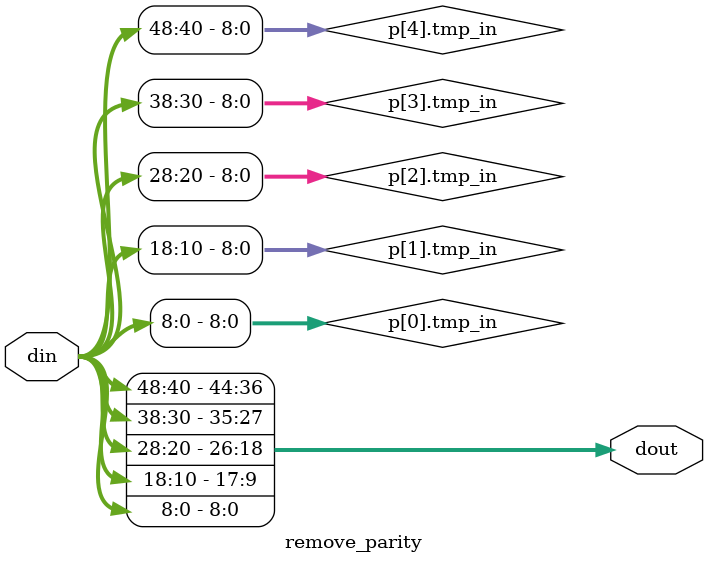
<source format=v>

`timescale 1 ps / 1 ps
module remove_parity #(
	parameter WORDS = 5,
	parameter BITS_PER_WORD = 9
	
)(
	input [(1+BITS_PER_WORD)*WORDS-1:0] din,
	output [BITS_PER_WORD*WORDS-1:0] dout	
);

genvar i;
generate
	for (i=0; i<WORDS; i=i+1) begin : p
		wire [BITS_PER_WORD-1:0] tmp_in = din [(i+1)*(BITS_PER_WORD+1)-2:
			i*(BITS_PER_WORD+1)];
		assign dout[(i+1)*BITS_PER_WORD-1:i*BITS_PER_WORD] = tmp_in;
	end
endgenerate

endmodule
</source>
